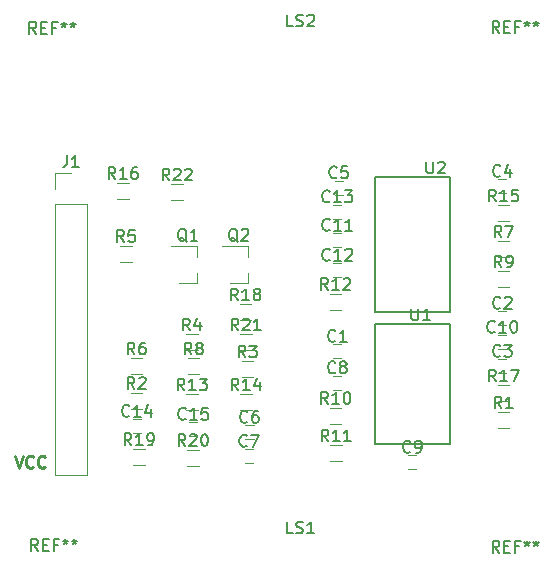
<source format=gbr>
G04 #@! TF.FileFunction,Legend,Top*
%FSLAX46Y46*%
G04 Gerber Fmt 4.6, Leading zero omitted, Abs format (unit mm)*
G04 Created by KiCad (PCBNEW 4.0.7) date Wednesday, December 20, 2017 'PMt' 05:08:58 PM*
%MOMM*%
%LPD*%
G01*
G04 APERTURE LIST*
%ADD10C,0.100000*%
%ADD11C,0.250000*%
%ADD12C,0.120000*%
%ADD13C,0.150000*%
G04 APERTURE END LIST*
D10*
D11*
X90101587Y-117580161D02*
X90434920Y-118580161D01*
X90768254Y-117580161D01*
X91673016Y-118484923D02*
X91625397Y-118532542D01*
X91482540Y-118580161D01*
X91387302Y-118580161D01*
X91244444Y-118532542D01*
X91149206Y-118437304D01*
X91101587Y-118342066D01*
X91053968Y-118151590D01*
X91053968Y-118008732D01*
X91101587Y-117818256D01*
X91149206Y-117723018D01*
X91244444Y-117627780D01*
X91387302Y-117580161D01*
X91482540Y-117580161D01*
X91625397Y-117627780D01*
X91673016Y-117675399D01*
X92673016Y-118484923D02*
X92625397Y-118532542D01*
X92482540Y-118580161D01*
X92387302Y-118580161D01*
X92244444Y-118532542D01*
X92149206Y-118437304D01*
X92101587Y-118342066D01*
X92053968Y-118151590D01*
X92053968Y-118008732D01*
X92101587Y-117818256D01*
X92149206Y-117723018D01*
X92244444Y-117627780D01*
X92387302Y-117580161D01*
X92482540Y-117580161D01*
X92625397Y-117627780D01*
X92673016Y-117675399D01*
D12*
X117064000Y-108112000D02*
X117764000Y-108112000D01*
X117764000Y-109312000D02*
X117064000Y-109312000D01*
X131034000Y-105318000D02*
X131734000Y-105318000D01*
X131734000Y-106518000D02*
X131034000Y-106518000D01*
X131034000Y-109382000D02*
X131734000Y-109382000D01*
X131734000Y-110582000D02*
X131034000Y-110582000D01*
X131034000Y-94142000D02*
X131734000Y-94142000D01*
X131734000Y-95342000D02*
X131034000Y-95342000D01*
X117186000Y-94269000D02*
X117886000Y-94269000D01*
X117886000Y-95469000D02*
X117186000Y-95469000D01*
X109632000Y-114970000D02*
X110332000Y-114970000D01*
X110332000Y-116170000D02*
X109632000Y-116170000D01*
X109566000Y-117002000D02*
X110266000Y-117002000D01*
X110266000Y-118202000D02*
X109566000Y-118202000D01*
X117064000Y-110779000D02*
X117764000Y-110779000D01*
X117764000Y-111979000D02*
X117064000Y-111979000D01*
X123414000Y-117510000D02*
X124114000Y-117510000D01*
X124114000Y-118710000D02*
X123414000Y-118710000D01*
X131034000Y-107350000D02*
X131734000Y-107350000D01*
X131734000Y-108550000D02*
X131034000Y-108550000D01*
X117064000Y-98714000D02*
X117764000Y-98714000D01*
X117764000Y-99914000D02*
X117064000Y-99914000D01*
X117064000Y-101254000D02*
X117764000Y-101254000D01*
X117764000Y-102454000D02*
X117064000Y-102454000D01*
X117059000Y-96301000D02*
X117759000Y-96301000D01*
X117759000Y-97501000D02*
X117059000Y-97501000D01*
X100107000Y-114462000D02*
X100807000Y-114462000D01*
X100807000Y-115662000D02*
X100107000Y-115662000D01*
X104872000Y-114716000D02*
X105572000Y-114716000D01*
X105572000Y-115916000D02*
X104872000Y-115916000D01*
X105519000Y-102987000D02*
X105519000Y-102057000D01*
X105519000Y-99827000D02*
X105519000Y-100757000D01*
X105519000Y-99827000D02*
X103359000Y-99827000D01*
X105519000Y-102987000D02*
X104059000Y-102987000D01*
X109837000Y-102987000D02*
X109837000Y-102057000D01*
X109837000Y-99827000D02*
X109837000Y-100757000D01*
X109837000Y-99827000D02*
X107677000Y-99827000D01*
X109837000Y-102987000D02*
X108377000Y-102987000D01*
X131988000Y-115234000D02*
X130988000Y-115234000D01*
X130988000Y-113874000D02*
X131988000Y-113874000D01*
X100914000Y-113583000D02*
X99914000Y-113583000D01*
X99914000Y-112223000D02*
X100914000Y-112223000D01*
X110312000Y-110916000D02*
X109312000Y-110916000D01*
X109312000Y-109556000D02*
X110312000Y-109556000D01*
X105613000Y-108630000D02*
X104613000Y-108630000D01*
X104613000Y-107270000D02*
X105613000Y-107270000D01*
X100025000Y-101137000D02*
X99025000Y-101137000D01*
X99025000Y-99777000D02*
X100025000Y-99777000D01*
X100914000Y-110662000D02*
X99914000Y-110662000D01*
X99914000Y-109302000D02*
X100914000Y-109302000D01*
X105740000Y-110662000D02*
X104740000Y-110662000D01*
X104740000Y-109302000D02*
X105740000Y-109302000D01*
X117764000Y-114853000D02*
X116764000Y-114853000D01*
X116764000Y-113493000D02*
X117764000Y-113493000D01*
X117805000Y-118028000D02*
X116805000Y-118028000D01*
X116805000Y-116668000D02*
X117805000Y-116668000D01*
X105613000Y-113710000D02*
X104613000Y-113710000D01*
X104613000Y-112350000D02*
X105613000Y-112350000D01*
X110185000Y-113710000D02*
X109185000Y-113710000D01*
X109185000Y-112350000D02*
X110185000Y-112350000D01*
X99771000Y-95803000D02*
X98771000Y-95803000D01*
X98771000Y-94443000D02*
X99771000Y-94443000D01*
X131988000Y-112948000D02*
X130988000Y-112948000D01*
X130988000Y-111588000D02*
X131988000Y-111588000D01*
X110144000Y-106090000D02*
X109144000Y-106090000D01*
X109144000Y-104730000D02*
X110144000Y-104730000D01*
X101119380Y-118358200D02*
X100119380Y-118358200D01*
X100119380Y-116998200D02*
X101119380Y-116998200D01*
X105699000Y-118409000D02*
X104699000Y-118409000D01*
X104699000Y-117049000D02*
X105699000Y-117049000D01*
X110185000Y-108630000D02*
X109185000Y-108630000D01*
X109185000Y-107270000D02*
X110185000Y-107270000D01*
X104343000Y-95930000D02*
X103343000Y-95930000D01*
X103343000Y-94570000D02*
X104343000Y-94570000D01*
D13*
X120650000Y-106426000D02*
X127000000Y-106426000D01*
X127000000Y-106426000D02*
X120650000Y-106426000D01*
X120650000Y-116586000D02*
X120650000Y-106426000D01*
X120650000Y-116586000D02*
X120650000Y-106426000D01*
X127000000Y-116586000D02*
X120650000Y-116586000D01*
X127000000Y-106426000D02*
X127000000Y-116586000D01*
X127000000Y-116586000D02*
X127000000Y-106426000D01*
D12*
X93539000Y-96266000D02*
X93539000Y-119186000D01*
X93539000Y-119186000D02*
X96199000Y-119186000D01*
X96199000Y-119186000D02*
X96199000Y-96266000D01*
X96199000Y-96266000D02*
X93539000Y-96266000D01*
X93539000Y-94996000D02*
X93539000Y-93666000D01*
X93539000Y-93666000D02*
X94869000Y-93666000D01*
X131988000Y-100756000D02*
X130988000Y-100756000D01*
X130988000Y-99396000D02*
X131988000Y-99396000D01*
X131988000Y-103296000D02*
X130988000Y-103296000D01*
X130988000Y-101936000D02*
X131988000Y-101936000D01*
X117764000Y-105201000D02*
X116764000Y-105201000D01*
X116764000Y-103841000D02*
X117764000Y-103841000D01*
X131988000Y-97708000D02*
X130988000Y-97708000D01*
X130988000Y-96348000D02*
X131988000Y-96348000D01*
D13*
X120650000Y-93980000D02*
X120650000Y-105410000D01*
X127000000Y-105410000D02*
X120650000Y-105410000D01*
X127000000Y-93980000D02*
X127000000Y-105410000D01*
X127000000Y-105410000D02*
X127000000Y-93980000D01*
X127000000Y-93980000D02*
X127000000Y-105410000D01*
X120650000Y-93980000D02*
X127000000Y-93980000D01*
X117247334Y-107819143D02*
X117199715Y-107866762D01*
X117056858Y-107914381D01*
X116961620Y-107914381D01*
X116818762Y-107866762D01*
X116723524Y-107771524D01*
X116675905Y-107676286D01*
X116628286Y-107485810D01*
X116628286Y-107342952D01*
X116675905Y-107152476D01*
X116723524Y-107057238D01*
X116818762Y-106962000D01*
X116961620Y-106914381D01*
X117056858Y-106914381D01*
X117199715Y-106962000D01*
X117247334Y-107009619D01*
X118199715Y-107914381D02*
X117628286Y-107914381D01*
X117914000Y-107914381D02*
X117914000Y-106914381D01*
X117818762Y-107057238D01*
X117723524Y-107152476D01*
X117628286Y-107200095D01*
X131217334Y-105025143D02*
X131169715Y-105072762D01*
X131026858Y-105120381D01*
X130931620Y-105120381D01*
X130788762Y-105072762D01*
X130693524Y-104977524D01*
X130645905Y-104882286D01*
X130598286Y-104691810D01*
X130598286Y-104548952D01*
X130645905Y-104358476D01*
X130693524Y-104263238D01*
X130788762Y-104168000D01*
X130931620Y-104120381D01*
X131026858Y-104120381D01*
X131169715Y-104168000D01*
X131217334Y-104215619D01*
X131598286Y-104215619D02*
X131645905Y-104168000D01*
X131741143Y-104120381D01*
X131979239Y-104120381D01*
X132074477Y-104168000D01*
X132122096Y-104215619D01*
X132169715Y-104310857D01*
X132169715Y-104406095D01*
X132122096Y-104548952D01*
X131550667Y-105120381D01*
X132169715Y-105120381D01*
X131217334Y-109089143D02*
X131169715Y-109136762D01*
X131026858Y-109184381D01*
X130931620Y-109184381D01*
X130788762Y-109136762D01*
X130693524Y-109041524D01*
X130645905Y-108946286D01*
X130598286Y-108755810D01*
X130598286Y-108612952D01*
X130645905Y-108422476D01*
X130693524Y-108327238D01*
X130788762Y-108232000D01*
X130931620Y-108184381D01*
X131026858Y-108184381D01*
X131169715Y-108232000D01*
X131217334Y-108279619D01*
X131550667Y-108184381D02*
X132169715Y-108184381D01*
X131836381Y-108565333D01*
X131979239Y-108565333D01*
X132074477Y-108612952D01*
X132122096Y-108660571D01*
X132169715Y-108755810D01*
X132169715Y-108993905D01*
X132122096Y-109089143D01*
X132074477Y-109136762D01*
X131979239Y-109184381D01*
X131693524Y-109184381D01*
X131598286Y-109136762D01*
X131550667Y-109089143D01*
X131217334Y-93849143D02*
X131169715Y-93896762D01*
X131026858Y-93944381D01*
X130931620Y-93944381D01*
X130788762Y-93896762D01*
X130693524Y-93801524D01*
X130645905Y-93706286D01*
X130598286Y-93515810D01*
X130598286Y-93372952D01*
X130645905Y-93182476D01*
X130693524Y-93087238D01*
X130788762Y-92992000D01*
X130931620Y-92944381D01*
X131026858Y-92944381D01*
X131169715Y-92992000D01*
X131217334Y-93039619D01*
X132074477Y-93277714D02*
X132074477Y-93944381D01*
X131836381Y-92896762D02*
X131598286Y-93611048D01*
X132217334Y-93611048D01*
X117369334Y-93976143D02*
X117321715Y-94023762D01*
X117178858Y-94071381D01*
X117083620Y-94071381D01*
X116940762Y-94023762D01*
X116845524Y-93928524D01*
X116797905Y-93833286D01*
X116750286Y-93642810D01*
X116750286Y-93499952D01*
X116797905Y-93309476D01*
X116845524Y-93214238D01*
X116940762Y-93119000D01*
X117083620Y-93071381D01*
X117178858Y-93071381D01*
X117321715Y-93119000D01*
X117369334Y-93166619D01*
X118274096Y-93071381D02*
X117797905Y-93071381D01*
X117750286Y-93547571D01*
X117797905Y-93499952D01*
X117893143Y-93452333D01*
X118131239Y-93452333D01*
X118226477Y-93499952D01*
X118274096Y-93547571D01*
X118321715Y-93642810D01*
X118321715Y-93880905D01*
X118274096Y-93976143D01*
X118226477Y-94023762D01*
X118131239Y-94071381D01*
X117893143Y-94071381D01*
X117797905Y-94023762D01*
X117750286Y-93976143D01*
X109815334Y-114677143D02*
X109767715Y-114724762D01*
X109624858Y-114772381D01*
X109529620Y-114772381D01*
X109386762Y-114724762D01*
X109291524Y-114629524D01*
X109243905Y-114534286D01*
X109196286Y-114343810D01*
X109196286Y-114200952D01*
X109243905Y-114010476D01*
X109291524Y-113915238D01*
X109386762Y-113820000D01*
X109529620Y-113772381D01*
X109624858Y-113772381D01*
X109767715Y-113820000D01*
X109815334Y-113867619D01*
X110672477Y-113772381D02*
X110482000Y-113772381D01*
X110386762Y-113820000D01*
X110339143Y-113867619D01*
X110243905Y-114010476D01*
X110196286Y-114200952D01*
X110196286Y-114581905D01*
X110243905Y-114677143D01*
X110291524Y-114724762D01*
X110386762Y-114772381D01*
X110577239Y-114772381D01*
X110672477Y-114724762D01*
X110720096Y-114677143D01*
X110767715Y-114581905D01*
X110767715Y-114343810D01*
X110720096Y-114248571D01*
X110672477Y-114200952D01*
X110577239Y-114153333D01*
X110386762Y-114153333D01*
X110291524Y-114200952D01*
X110243905Y-114248571D01*
X110196286Y-114343810D01*
X109749334Y-116709143D02*
X109701715Y-116756762D01*
X109558858Y-116804381D01*
X109463620Y-116804381D01*
X109320762Y-116756762D01*
X109225524Y-116661524D01*
X109177905Y-116566286D01*
X109130286Y-116375810D01*
X109130286Y-116232952D01*
X109177905Y-116042476D01*
X109225524Y-115947238D01*
X109320762Y-115852000D01*
X109463620Y-115804381D01*
X109558858Y-115804381D01*
X109701715Y-115852000D01*
X109749334Y-115899619D01*
X110082667Y-115804381D02*
X110749334Y-115804381D01*
X110320762Y-116804381D01*
X117247334Y-110486143D02*
X117199715Y-110533762D01*
X117056858Y-110581381D01*
X116961620Y-110581381D01*
X116818762Y-110533762D01*
X116723524Y-110438524D01*
X116675905Y-110343286D01*
X116628286Y-110152810D01*
X116628286Y-110009952D01*
X116675905Y-109819476D01*
X116723524Y-109724238D01*
X116818762Y-109629000D01*
X116961620Y-109581381D01*
X117056858Y-109581381D01*
X117199715Y-109629000D01*
X117247334Y-109676619D01*
X117818762Y-110009952D02*
X117723524Y-109962333D01*
X117675905Y-109914714D01*
X117628286Y-109819476D01*
X117628286Y-109771857D01*
X117675905Y-109676619D01*
X117723524Y-109629000D01*
X117818762Y-109581381D01*
X118009239Y-109581381D01*
X118104477Y-109629000D01*
X118152096Y-109676619D01*
X118199715Y-109771857D01*
X118199715Y-109819476D01*
X118152096Y-109914714D01*
X118104477Y-109962333D01*
X118009239Y-110009952D01*
X117818762Y-110009952D01*
X117723524Y-110057571D01*
X117675905Y-110105190D01*
X117628286Y-110200429D01*
X117628286Y-110390905D01*
X117675905Y-110486143D01*
X117723524Y-110533762D01*
X117818762Y-110581381D01*
X118009239Y-110581381D01*
X118104477Y-110533762D01*
X118152096Y-110486143D01*
X118199715Y-110390905D01*
X118199715Y-110200429D01*
X118152096Y-110105190D01*
X118104477Y-110057571D01*
X118009239Y-110009952D01*
X123597334Y-117217143D02*
X123549715Y-117264762D01*
X123406858Y-117312381D01*
X123311620Y-117312381D01*
X123168762Y-117264762D01*
X123073524Y-117169524D01*
X123025905Y-117074286D01*
X122978286Y-116883810D01*
X122978286Y-116740952D01*
X123025905Y-116550476D01*
X123073524Y-116455238D01*
X123168762Y-116360000D01*
X123311620Y-116312381D01*
X123406858Y-116312381D01*
X123549715Y-116360000D01*
X123597334Y-116407619D01*
X124073524Y-117312381D02*
X124264000Y-117312381D01*
X124359239Y-117264762D01*
X124406858Y-117217143D01*
X124502096Y-117074286D01*
X124549715Y-116883810D01*
X124549715Y-116502857D01*
X124502096Y-116407619D01*
X124454477Y-116360000D01*
X124359239Y-116312381D01*
X124168762Y-116312381D01*
X124073524Y-116360000D01*
X124025905Y-116407619D01*
X123978286Y-116502857D01*
X123978286Y-116740952D01*
X124025905Y-116836190D01*
X124073524Y-116883810D01*
X124168762Y-116931429D01*
X124359239Y-116931429D01*
X124454477Y-116883810D01*
X124502096Y-116836190D01*
X124549715Y-116740952D01*
X130741143Y-107057143D02*
X130693524Y-107104762D01*
X130550667Y-107152381D01*
X130455429Y-107152381D01*
X130312571Y-107104762D01*
X130217333Y-107009524D01*
X130169714Y-106914286D01*
X130122095Y-106723810D01*
X130122095Y-106580952D01*
X130169714Y-106390476D01*
X130217333Y-106295238D01*
X130312571Y-106200000D01*
X130455429Y-106152381D01*
X130550667Y-106152381D01*
X130693524Y-106200000D01*
X130741143Y-106247619D01*
X131693524Y-107152381D02*
X131122095Y-107152381D01*
X131407809Y-107152381D02*
X131407809Y-106152381D01*
X131312571Y-106295238D01*
X131217333Y-106390476D01*
X131122095Y-106438095D01*
X132312571Y-106152381D02*
X132407810Y-106152381D01*
X132503048Y-106200000D01*
X132550667Y-106247619D01*
X132598286Y-106342857D01*
X132645905Y-106533333D01*
X132645905Y-106771429D01*
X132598286Y-106961905D01*
X132550667Y-107057143D01*
X132503048Y-107104762D01*
X132407810Y-107152381D01*
X132312571Y-107152381D01*
X132217333Y-107104762D01*
X132169714Y-107057143D01*
X132122095Y-106961905D01*
X132074476Y-106771429D01*
X132074476Y-106533333D01*
X132122095Y-106342857D01*
X132169714Y-106247619D01*
X132217333Y-106200000D01*
X132312571Y-106152381D01*
X116771143Y-98421143D02*
X116723524Y-98468762D01*
X116580667Y-98516381D01*
X116485429Y-98516381D01*
X116342571Y-98468762D01*
X116247333Y-98373524D01*
X116199714Y-98278286D01*
X116152095Y-98087810D01*
X116152095Y-97944952D01*
X116199714Y-97754476D01*
X116247333Y-97659238D01*
X116342571Y-97564000D01*
X116485429Y-97516381D01*
X116580667Y-97516381D01*
X116723524Y-97564000D01*
X116771143Y-97611619D01*
X117723524Y-98516381D02*
X117152095Y-98516381D01*
X117437809Y-98516381D02*
X117437809Y-97516381D01*
X117342571Y-97659238D01*
X117247333Y-97754476D01*
X117152095Y-97802095D01*
X118675905Y-98516381D02*
X118104476Y-98516381D01*
X118390190Y-98516381D02*
X118390190Y-97516381D01*
X118294952Y-97659238D01*
X118199714Y-97754476D01*
X118104476Y-97802095D01*
X116771143Y-100961143D02*
X116723524Y-101008762D01*
X116580667Y-101056381D01*
X116485429Y-101056381D01*
X116342571Y-101008762D01*
X116247333Y-100913524D01*
X116199714Y-100818286D01*
X116152095Y-100627810D01*
X116152095Y-100484952D01*
X116199714Y-100294476D01*
X116247333Y-100199238D01*
X116342571Y-100104000D01*
X116485429Y-100056381D01*
X116580667Y-100056381D01*
X116723524Y-100104000D01*
X116771143Y-100151619D01*
X117723524Y-101056381D02*
X117152095Y-101056381D01*
X117437809Y-101056381D02*
X117437809Y-100056381D01*
X117342571Y-100199238D01*
X117247333Y-100294476D01*
X117152095Y-100342095D01*
X118104476Y-100151619D02*
X118152095Y-100104000D01*
X118247333Y-100056381D01*
X118485429Y-100056381D01*
X118580667Y-100104000D01*
X118628286Y-100151619D01*
X118675905Y-100246857D01*
X118675905Y-100342095D01*
X118628286Y-100484952D01*
X118056857Y-101056381D01*
X118675905Y-101056381D01*
X116766143Y-96008143D02*
X116718524Y-96055762D01*
X116575667Y-96103381D01*
X116480429Y-96103381D01*
X116337571Y-96055762D01*
X116242333Y-95960524D01*
X116194714Y-95865286D01*
X116147095Y-95674810D01*
X116147095Y-95531952D01*
X116194714Y-95341476D01*
X116242333Y-95246238D01*
X116337571Y-95151000D01*
X116480429Y-95103381D01*
X116575667Y-95103381D01*
X116718524Y-95151000D01*
X116766143Y-95198619D01*
X117718524Y-96103381D02*
X117147095Y-96103381D01*
X117432809Y-96103381D02*
X117432809Y-95103381D01*
X117337571Y-95246238D01*
X117242333Y-95341476D01*
X117147095Y-95389095D01*
X118051857Y-95103381D02*
X118670905Y-95103381D01*
X118337571Y-95484333D01*
X118480429Y-95484333D01*
X118575667Y-95531952D01*
X118623286Y-95579571D01*
X118670905Y-95674810D01*
X118670905Y-95912905D01*
X118623286Y-96008143D01*
X118575667Y-96055762D01*
X118480429Y-96103381D01*
X118194714Y-96103381D01*
X118099476Y-96055762D01*
X118051857Y-96008143D01*
X99814143Y-114169143D02*
X99766524Y-114216762D01*
X99623667Y-114264381D01*
X99528429Y-114264381D01*
X99385571Y-114216762D01*
X99290333Y-114121524D01*
X99242714Y-114026286D01*
X99195095Y-113835810D01*
X99195095Y-113692952D01*
X99242714Y-113502476D01*
X99290333Y-113407238D01*
X99385571Y-113312000D01*
X99528429Y-113264381D01*
X99623667Y-113264381D01*
X99766524Y-113312000D01*
X99814143Y-113359619D01*
X100766524Y-114264381D02*
X100195095Y-114264381D01*
X100480809Y-114264381D02*
X100480809Y-113264381D01*
X100385571Y-113407238D01*
X100290333Y-113502476D01*
X100195095Y-113550095D01*
X101623667Y-113597714D02*
X101623667Y-114264381D01*
X101385571Y-113216762D02*
X101147476Y-113931048D01*
X101766524Y-113931048D01*
X104579143Y-114423143D02*
X104531524Y-114470762D01*
X104388667Y-114518381D01*
X104293429Y-114518381D01*
X104150571Y-114470762D01*
X104055333Y-114375524D01*
X104007714Y-114280286D01*
X103960095Y-114089810D01*
X103960095Y-113946952D01*
X104007714Y-113756476D01*
X104055333Y-113661238D01*
X104150571Y-113566000D01*
X104293429Y-113518381D01*
X104388667Y-113518381D01*
X104531524Y-113566000D01*
X104579143Y-113613619D01*
X105531524Y-114518381D02*
X104960095Y-114518381D01*
X105245809Y-114518381D02*
X105245809Y-113518381D01*
X105150571Y-113661238D01*
X105055333Y-113756476D01*
X104960095Y-113804095D01*
X106436286Y-113518381D02*
X105960095Y-113518381D01*
X105912476Y-113994571D01*
X105960095Y-113946952D01*
X106055333Y-113899333D01*
X106293429Y-113899333D01*
X106388667Y-113946952D01*
X106436286Y-113994571D01*
X106483905Y-114089810D01*
X106483905Y-114327905D01*
X106436286Y-114423143D01*
X106388667Y-114470762D01*
X106293429Y-114518381D01*
X106055333Y-114518381D01*
X105960095Y-114470762D01*
X105912476Y-114423143D01*
X113657143Y-124142381D02*
X113180952Y-124142381D01*
X113180952Y-123142381D01*
X113942857Y-124094762D02*
X114085714Y-124142381D01*
X114323810Y-124142381D01*
X114419048Y-124094762D01*
X114466667Y-124047143D01*
X114514286Y-123951905D01*
X114514286Y-123856667D01*
X114466667Y-123761429D01*
X114419048Y-123713810D01*
X114323810Y-123666190D01*
X114133333Y-123618571D01*
X114038095Y-123570952D01*
X113990476Y-123523333D01*
X113942857Y-123428095D01*
X113942857Y-123332857D01*
X113990476Y-123237619D01*
X114038095Y-123190000D01*
X114133333Y-123142381D01*
X114371429Y-123142381D01*
X114514286Y-123190000D01*
X115466667Y-124142381D02*
X114895238Y-124142381D01*
X115180952Y-124142381D02*
X115180952Y-123142381D01*
X115085714Y-123285238D01*
X114990476Y-123380476D01*
X114895238Y-123428095D01*
X113657143Y-81216381D02*
X113180952Y-81216381D01*
X113180952Y-80216381D01*
X113942857Y-81168762D02*
X114085714Y-81216381D01*
X114323810Y-81216381D01*
X114419048Y-81168762D01*
X114466667Y-81121143D01*
X114514286Y-81025905D01*
X114514286Y-80930667D01*
X114466667Y-80835429D01*
X114419048Y-80787810D01*
X114323810Y-80740190D01*
X114133333Y-80692571D01*
X114038095Y-80644952D01*
X113990476Y-80597333D01*
X113942857Y-80502095D01*
X113942857Y-80406857D01*
X113990476Y-80311619D01*
X114038095Y-80264000D01*
X114133333Y-80216381D01*
X114371429Y-80216381D01*
X114514286Y-80264000D01*
X114895238Y-80311619D02*
X114942857Y-80264000D01*
X115038095Y-80216381D01*
X115276191Y-80216381D01*
X115371429Y-80264000D01*
X115419048Y-80311619D01*
X115466667Y-80406857D01*
X115466667Y-80502095D01*
X115419048Y-80644952D01*
X114847619Y-81216381D01*
X115466667Y-81216381D01*
X104663762Y-99454619D02*
X104568524Y-99407000D01*
X104473286Y-99311762D01*
X104330429Y-99168905D01*
X104235190Y-99121286D01*
X104139952Y-99121286D01*
X104187571Y-99359381D02*
X104092333Y-99311762D01*
X103997095Y-99216524D01*
X103949476Y-99026048D01*
X103949476Y-98692714D01*
X103997095Y-98502238D01*
X104092333Y-98407000D01*
X104187571Y-98359381D01*
X104378048Y-98359381D01*
X104473286Y-98407000D01*
X104568524Y-98502238D01*
X104616143Y-98692714D01*
X104616143Y-99026048D01*
X104568524Y-99216524D01*
X104473286Y-99311762D01*
X104378048Y-99359381D01*
X104187571Y-99359381D01*
X105568524Y-99359381D02*
X104997095Y-99359381D01*
X105282809Y-99359381D02*
X105282809Y-98359381D01*
X105187571Y-98502238D01*
X105092333Y-98597476D01*
X104997095Y-98645095D01*
X108981762Y-99454619D02*
X108886524Y-99407000D01*
X108791286Y-99311762D01*
X108648429Y-99168905D01*
X108553190Y-99121286D01*
X108457952Y-99121286D01*
X108505571Y-99359381D02*
X108410333Y-99311762D01*
X108315095Y-99216524D01*
X108267476Y-99026048D01*
X108267476Y-98692714D01*
X108315095Y-98502238D01*
X108410333Y-98407000D01*
X108505571Y-98359381D01*
X108696048Y-98359381D01*
X108791286Y-98407000D01*
X108886524Y-98502238D01*
X108934143Y-98692714D01*
X108934143Y-99026048D01*
X108886524Y-99216524D01*
X108791286Y-99311762D01*
X108696048Y-99359381D01*
X108505571Y-99359381D01*
X109315095Y-98454619D02*
X109362714Y-98407000D01*
X109457952Y-98359381D01*
X109696048Y-98359381D01*
X109791286Y-98407000D01*
X109838905Y-98454619D01*
X109886524Y-98549857D01*
X109886524Y-98645095D01*
X109838905Y-98787952D01*
X109267476Y-99359381D01*
X109886524Y-99359381D01*
X131321334Y-113556381D02*
X130988000Y-113080190D01*
X130749905Y-113556381D02*
X130749905Y-112556381D01*
X131130858Y-112556381D01*
X131226096Y-112604000D01*
X131273715Y-112651619D01*
X131321334Y-112746857D01*
X131321334Y-112889714D01*
X131273715Y-112984952D01*
X131226096Y-113032571D01*
X131130858Y-113080190D01*
X130749905Y-113080190D01*
X132273715Y-113556381D02*
X131702286Y-113556381D01*
X131988000Y-113556381D02*
X131988000Y-112556381D01*
X131892762Y-112699238D01*
X131797524Y-112794476D01*
X131702286Y-112842095D01*
X100247334Y-111905381D02*
X99914000Y-111429190D01*
X99675905Y-111905381D02*
X99675905Y-110905381D01*
X100056858Y-110905381D01*
X100152096Y-110953000D01*
X100199715Y-111000619D01*
X100247334Y-111095857D01*
X100247334Y-111238714D01*
X100199715Y-111333952D01*
X100152096Y-111381571D01*
X100056858Y-111429190D01*
X99675905Y-111429190D01*
X100628286Y-111000619D02*
X100675905Y-110953000D01*
X100771143Y-110905381D01*
X101009239Y-110905381D01*
X101104477Y-110953000D01*
X101152096Y-111000619D01*
X101199715Y-111095857D01*
X101199715Y-111191095D01*
X101152096Y-111333952D01*
X100580667Y-111905381D01*
X101199715Y-111905381D01*
X109645334Y-109238381D02*
X109312000Y-108762190D01*
X109073905Y-109238381D02*
X109073905Y-108238381D01*
X109454858Y-108238381D01*
X109550096Y-108286000D01*
X109597715Y-108333619D01*
X109645334Y-108428857D01*
X109645334Y-108571714D01*
X109597715Y-108666952D01*
X109550096Y-108714571D01*
X109454858Y-108762190D01*
X109073905Y-108762190D01*
X109978667Y-108238381D02*
X110597715Y-108238381D01*
X110264381Y-108619333D01*
X110407239Y-108619333D01*
X110502477Y-108666952D01*
X110550096Y-108714571D01*
X110597715Y-108809810D01*
X110597715Y-109047905D01*
X110550096Y-109143143D01*
X110502477Y-109190762D01*
X110407239Y-109238381D01*
X110121524Y-109238381D01*
X110026286Y-109190762D01*
X109978667Y-109143143D01*
X104946334Y-106952381D02*
X104613000Y-106476190D01*
X104374905Y-106952381D02*
X104374905Y-105952381D01*
X104755858Y-105952381D01*
X104851096Y-106000000D01*
X104898715Y-106047619D01*
X104946334Y-106142857D01*
X104946334Y-106285714D01*
X104898715Y-106380952D01*
X104851096Y-106428571D01*
X104755858Y-106476190D01*
X104374905Y-106476190D01*
X105803477Y-106285714D02*
X105803477Y-106952381D01*
X105565381Y-105904762D02*
X105327286Y-106619048D01*
X105946334Y-106619048D01*
X99358334Y-99459381D02*
X99025000Y-98983190D01*
X98786905Y-99459381D02*
X98786905Y-98459381D01*
X99167858Y-98459381D01*
X99263096Y-98507000D01*
X99310715Y-98554619D01*
X99358334Y-98649857D01*
X99358334Y-98792714D01*
X99310715Y-98887952D01*
X99263096Y-98935571D01*
X99167858Y-98983190D01*
X98786905Y-98983190D01*
X100263096Y-98459381D02*
X99786905Y-98459381D01*
X99739286Y-98935571D01*
X99786905Y-98887952D01*
X99882143Y-98840333D01*
X100120239Y-98840333D01*
X100215477Y-98887952D01*
X100263096Y-98935571D01*
X100310715Y-99030810D01*
X100310715Y-99268905D01*
X100263096Y-99364143D01*
X100215477Y-99411762D01*
X100120239Y-99459381D01*
X99882143Y-99459381D01*
X99786905Y-99411762D01*
X99739286Y-99364143D01*
X100247334Y-108984381D02*
X99914000Y-108508190D01*
X99675905Y-108984381D02*
X99675905Y-107984381D01*
X100056858Y-107984381D01*
X100152096Y-108032000D01*
X100199715Y-108079619D01*
X100247334Y-108174857D01*
X100247334Y-108317714D01*
X100199715Y-108412952D01*
X100152096Y-108460571D01*
X100056858Y-108508190D01*
X99675905Y-108508190D01*
X101104477Y-107984381D02*
X100914000Y-107984381D01*
X100818762Y-108032000D01*
X100771143Y-108079619D01*
X100675905Y-108222476D01*
X100628286Y-108412952D01*
X100628286Y-108793905D01*
X100675905Y-108889143D01*
X100723524Y-108936762D01*
X100818762Y-108984381D01*
X101009239Y-108984381D01*
X101104477Y-108936762D01*
X101152096Y-108889143D01*
X101199715Y-108793905D01*
X101199715Y-108555810D01*
X101152096Y-108460571D01*
X101104477Y-108412952D01*
X101009239Y-108365333D01*
X100818762Y-108365333D01*
X100723524Y-108412952D01*
X100675905Y-108460571D01*
X100628286Y-108555810D01*
X105073334Y-108984381D02*
X104740000Y-108508190D01*
X104501905Y-108984381D02*
X104501905Y-107984381D01*
X104882858Y-107984381D01*
X104978096Y-108032000D01*
X105025715Y-108079619D01*
X105073334Y-108174857D01*
X105073334Y-108317714D01*
X105025715Y-108412952D01*
X104978096Y-108460571D01*
X104882858Y-108508190D01*
X104501905Y-108508190D01*
X105644762Y-108412952D02*
X105549524Y-108365333D01*
X105501905Y-108317714D01*
X105454286Y-108222476D01*
X105454286Y-108174857D01*
X105501905Y-108079619D01*
X105549524Y-108032000D01*
X105644762Y-107984381D01*
X105835239Y-107984381D01*
X105930477Y-108032000D01*
X105978096Y-108079619D01*
X106025715Y-108174857D01*
X106025715Y-108222476D01*
X105978096Y-108317714D01*
X105930477Y-108365333D01*
X105835239Y-108412952D01*
X105644762Y-108412952D01*
X105549524Y-108460571D01*
X105501905Y-108508190D01*
X105454286Y-108603429D01*
X105454286Y-108793905D01*
X105501905Y-108889143D01*
X105549524Y-108936762D01*
X105644762Y-108984381D01*
X105835239Y-108984381D01*
X105930477Y-108936762D01*
X105978096Y-108889143D01*
X106025715Y-108793905D01*
X106025715Y-108603429D01*
X105978096Y-108508190D01*
X105930477Y-108460571D01*
X105835239Y-108412952D01*
X116621143Y-113175381D02*
X116287809Y-112699190D01*
X116049714Y-113175381D02*
X116049714Y-112175381D01*
X116430667Y-112175381D01*
X116525905Y-112223000D01*
X116573524Y-112270619D01*
X116621143Y-112365857D01*
X116621143Y-112508714D01*
X116573524Y-112603952D01*
X116525905Y-112651571D01*
X116430667Y-112699190D01*
X116049714Y-112699190D01*
X117573524Y-113175381D02*
X117002095Y-113175381D01*
X117287809Y-113175381D02*
X117287809Y-112175381D01*
X117192571Y-112318238D01*
X117097333Y-112413476D01*
X117002095Y-112461095D01*
X118192571Y-112175381D02*
X118287810Y-112175381D01*
X118383048Y-112223000D01*
X118430667Y-112270619D01*
X118478286Y-112365857D01*
X118525905Y-112556333D01*
X118525905Y-112794429D01*
X118478286Y-112984905D01*
X118430667Y-113080143D01*
X118383048Y-113127762D01*
X118287810Y-113175381D01*
X118192571Y-113175381D01*
X118097333Y-113127762D01*
X118049714Y-113080143D01*
X118002095Y-112984905D01*
X117954476Y-112794429D01*
X117954476Y-112556333D01*
X118002095Y-112365857D01*
X118049714Y-112270619D01*
X118097333Y-112223000D01*
X118192571Y-112175381D01*
X116662143Y-116350381D02*
X116328809Y-115874190D01*
X116090714Y-116350381D02*
X116090714Y-115350381D01*
X116471667Y-115350381D01*
X116566905Y-115398000D01*
X116614524Y-115445619D01*
X116662143Y-115540857D01*
X116662143Y-115683714D01*
X116614524Y-115778952D01*
X116566905Y-115826571D01*
X116471667Y-115874190D01*
X116090714Y-115874190D01*
X117614524Y-116350381D02*
X117043095Y-116350381D01*
X117328809Y-116350381D02*
X117328809Y-115350381D01*
X117233571Y-115493238D01*
X117138333Y-115588476D01*
X117043095Y-115636095D01*
X118566905Y-116350381D02*
X117995476Y-116350381D01*
X118281190Y-116350381D02*
X118281190Y-115350381D01*
X118185952Y-115493238D01*
X118090714Y-115588476D01*
X117995476Y-115636095D01*
X104470143Y-112032381D02*
X104136809Y-111556190D01*
X103898714Y-112032381D02*
X103898714Y-111032381D01*
X104279667Y-111032381D01*
X104374905Y-111080000D01*
X104422524Y-111127619D01*
X104470143Y-111222857D01*
X104470143Y-111365714D01*
X104422524Y-111460952D01*
X104374905Y-111508571D01*
X104279667Y-111556190D01*
X103898714Y-111556190D01*
X105422524Y-112032381D02*
X104851095Y-112032381D01*
X105136809Y-112032381D02*
X105136809Y-111032381D01*
X105041571Y-111175238D01*
X104946333Y-111270476D01*
X104851095Y-111318095D01*
X105755857Y-111032381D02*
X106374905Y-111032381D01*
X106041571Y-111413333D01*
X106184429Y-111413333D01*
X106279667Y-111460952D01*
X106327286Y-111508571D01*
X106374905Y-111603810D01*
X106374905Y-111841905D01*
X106327286Y-111937143D01*
X106279667Y-111984762D01*
X106184429Y-112032381D01*
X105898714Y-112032381D01*
X105803476Y-111984762D01*
X105755857Y-111937143D01*
X109042143Y-112032381D02*
X108708809Y-111556190D01*
X108470714Y-112032381D02*
X108470714Y-111032381D01*
X108851667Y-111032381D01*
X108946905Y-111080000D01*
X108994524Y-111127619D01*
X109042143Y-111222857D01*
X109042143Y-111365714D01*
X108994524Y-111460952D01*
X108946905Y-111508571D01*
X108851667Y-111556190D01*
X108470714Y-111556190D01*
X109994524Y-112032381D02*
X109423095Y-112032381D01*
X109708809Y-112032381D02*
X109708809Y-111032381D01*
X109613571Y-111175238D01*
X109518333Y-111270476D01*
X109423095Y-111318095D01*
X110851667Y-111365714D02*
X110851667Y-112032381D01*
X110613571Y-110984762D02*
X110375476Y-111699048D01*
X110994524Y-111699048D01*
X98628143Y-94125381D02*
X98294809Y-93649190D01*
X98056714Y-94125381D02*
X98056714Y-93125381D01*
X98437667Y-93125381D01*
X98532905Y-93173000D01*
X98580524Y-93220619D01*
X98628143Y-93315857D01*
X98628143Y-93458714D01*
X98580524Y-93553952D01*
X98532905Y-93601571D01*
X98437667Y-93649190D01*
X98056714Y-93649190D01*
X99580524Y-94125381D02*
X99009095Y-94125381D01*
X99294809Y-94125381D02*
X99294809Y-93125381D01*
X99199571Y-93268238D01*
X99104333Y-93363476D01*
X99009095Y-93411095D01*
X100437667Y-93125381D02*
X100247190Y-93125381D01*
X100151952Y-93173000D01*
X100104333Y-93220619D01*
X100009095Y-93363476D01*
X99961476Y-93553952D01*
X99961476Y-93934905D01*
X100009095Y-94030143D01*
X100056714Y-94077762D01*
X100151952Y-94125381D01*
X100342429Y-94125381D01*
X100437667Y-94077762D01*
X100485286Y-94030143D01*
X100532905Y-93934905D01*
X100532905Y-93696810D01*
X100485286Y-93601571D01*
X100437667Y-93553952D01*
X100342429Y-93506333D01*
X100151952Y-93506333D01*
X100056714Y-93553952D01*
X100009095Y-93601571D01*
X99961476Y-93696810D01*
X130845143Y-111270381D02*
X130511809Y-110794190D01*
X130273714Y-111270381D02*
X130273714Y-110270381D01*
X130654667Y-110270381D01*
X130749905Y-110318000D01*
X130797524Y-110365619D01*
X130845143Y-110460857D01*
X130845143Y-110603714D01*
X130797524Y-110698952D01*
X130749905Y-110746571D01*
X130654667Y-110794190D01*
X130273714Y-110794190D01*
X131797524Y-111270381D02*
X131226095Y-111270381D01*
X131511809Y-111270381D02*
X131511809Y-110270381D01*
X131416571Y-110413238D01*
X131321333Y-110508476D01*
X131226095Y-110556095D01*
X132130857Y-110270381D02*
X132797524Y-110270381D01*
X132368952Y-111270381D01*
X109001143Y-104412381D02*
X108667809Y-103936190D01*
X108429714Y-104412381D02*
X108429714Y-103412381D01*
X108810667Y-103412381D01*
X108905905Y-103460000D01*
X108953524Y-103507619D01*
X109001143Y-103602857D01*
X109001143Y-103745714D01*
X108953524Y-103840952D01*
X108905905Y-103888571D01*
X108810667Y-103936190D01*
X108429714Y-103936190D01*
X109953524Y-104412381D02*
X109382095Y-104412381D01*
X109667809Y-104412381D02*
X109667809Y-103412381D01*
X109572571Y-103555238D01*
X109477333Y-103650476D01*
X109382095Y-103698095D01*
X110524952Y-103840952D02*
X110429714Y-103793333D01*
X110382095Y-103745714D01*
X110334476Y-103650476D01*
X110334476Y-103602857D01*
X110382095Y-103507619D01*
X110429714Y-103460000D01*
X110524952Y-103412381D01*
X110715429Y-103412381D01*
X110810667Y-103460000D01*
X110858286Y-103507619D01*
X110905905Y-103602857D01*
X110905905Y-103650476D01*
X110858286Y-103745714D01*
X110810667Y-103793333D01*
X110715429Y-103840952D01*
X110524952Y-103840952D01*
X110429714Y-103888571D01*
X110382095Y-103936190D01*
X110334476Y-104031429D01*
X110334476Y-104221905D01*
X110382095Y-104317143D01*
X110429714Y-104364762D01*
X110524952Y-104412381D01*
X110715429Y-104412381D01*
X110810667Y-104364762D01*
X110858286Y-104317143D01*
X110905905Y-104221905D01*
X110905905Y-104031429D01*
X110858286Y-103936190D01*
X110810667Y-103888571D01*
X110715429Y-103840952D01*
X99976523Y-116680581D02*
X99643189Y-116204390D01*
X99405094Y-116680581D02*
X99405094Y-115680581D01*
X99786047Y-115680581D01*
X99881285Y-115728200D01*
X99928904Y-115775819D01*
X99976523Y-115871057D01*
X99976523Y-116013914D01*
X99928904Y-116109152D01*
X99881285Y-116156771D01*
X99786047Y-116204390D01*
X99405094Y-116204390D01*
X100928904Y-116680581D02*
X100357475Y-116680581D01*
X100643189Y-116680581D02*
X100643189Y-115680581D01*
X100547951Y-115823438D01*
X100452713Y-115918676D01*
X100357475Y-115966295D01*
X101405094Y-116680581D02*
X101595570Y-116680581D01*
X101690809Y-116632962D01*
X101738428Y-116585343D01*
X101833666Y-116442486D01*
X101881285Y-116252010D01*
X101881285Y-115871057D01*
X101833666Y-115775819D01*
X101786047Y-115728200D01*
X101690809Y-115680581D01*
X101500332Y-115680581D01*
X101405094Y-115728200D01*
X101357475Y-115775819D01*
X101309856Y-115871057D01*
X101309856Y-116109152D01*
X101357475Y-116204390D01*
X101405094Y-116252010D01*
X101500332Y-116299629D01*
X101690809Y-116299629D01*
X101786047Y-116252010D01*
X101833666Y-116204390D01*
X101881285Y-116109152D01*
X104556143Y-116731381D02*
X104222809Y-116255190D01*
X103984714Y-116731381D02*
X103984714Y-115731381D01*
X104365667Y-115731381D01*
X104460905Y-115779000D01*
X104508524Y-115826619D01*
X104556143Y-115921857D01*
X104556143Y-116064714D01*
X104508524Y-116159952D01*
X104460905Y-116207571D01*
X104365667Y-116255190D01*
X103984714Y-116255190D01*
X104937095Y-115826619D02*
X104984714Y-115779000D01*
X105079952Y-115731381D01*
X105318048Y-115731381D01*
X105413286Y-115779000D01*
X105460905Y-115826619D01*
X105508524Y-115921857D01*
X105508524Y-116017095D01*
X105460905Y-116159952D01*
X104889476Y-116731381D01*
X105508524Y-116731381D01*
X106127571Y-115731381D02*
X106222810Y-115731381D01*
X106318048Y-115779000D01*
X106365667Y-115826619D01*
X106413286Y-115921857D01*
X106460905Y-116112333D01*
X106460905Y-116350429D01*
X106413286Y-116540905D01*
X106365667Y-116636143D01*
X106318048Y-116683762D01*
X106222810Y-116731381D01*
X106127571Y-116731381D01*
X106032333Y-116683762D01*
X105984714Y-116636143D01*
X105937095Y-116540905D01*
X105889476Y-116350429D01*
X105889476Y-116112333D01*
X105937095Y-115921857D01*
X105984714Y-115826619D01*
X106032333Y-115779000D01*
X106127571Y-115731381D01*
X109042143Y-106952381D02*
X108708809Y-106476190D01*
X108470714Y-106952381D02*
X108470714Y-105952381D01*
X108851667Y-105952381D01*
X108946905Y-106000000D01*
X108994524Y-106047619D01*
X109042143Y-106142857D01*
X109042143Y-106285714D01*
X108994524Y-106380952D01*
X108946905Y-106428571D01*
X108851667Y-106476190D01*
X108470714Y-106476190D01*
X109423095Y-106047619D02*
X109470714Y-106000000D01*
X109565952Y-105952381D01*
X109804048Y-105952381D01*
X109899286Y-106000000D01*
X109946905Y-106047619D01*
X109994524Y-106142857D01*
X109994524Y-106238095D01*
X109946905Y-106380952D01*
X109375476Y-106952381D01*
X109994524Y-106952381D01*
X110946905Y-106952381D02*
X110375476Y-106952381D01*
X110661190Y-106952381D02*
X110661190Y-105952381D01*
X110565952Y-106095238D01*
X110470714Y-106190476D01*
X110375476Y-106238095D01*
X103200143Y-94252381D02*
X102866809Y-93776190D01*
X102628714Y-94252381D02*
X102628714Y-93252381D01*
X103009667Y-93252381D01*
X103104905Y-93300000D01*
X103152524Y-93347619D01*
X103200143Y-93442857D01*
X103200143Y-93585714D01*
X103152524Y-93680952D01*
X103104905Y-93728571D01*
X103009667Y-93776190D01*
X102628714Y-93776190D01*
X103581095Y-93347619D02*
X103628714Y-93300000D01*
X103723952Y-93252381D01*
X103962048Y-93252381D01*
X104057286Y-93300000D01*
X104104905Y-93347619D01*
X104152524Y-93442857D01*
X104152524Y-93538095D01*
X104104905Y-93680952D01*
X103533476Y-94252381D01*
X104152524Y-94252381D01*
X104533476Y-93347619D02*
X104581095Y-93300000D01*
X104676333Y-93252381D01*
X104914429Y-93252381D01*
X105009667Y-93300000D01*
X105057286Y-93347619D01*
X105104905Y-93442857D01*
X105104905Y-93538095D01*
X105057286Y-93680952D01*
X104485857Y-94252381D01*
X105104905Y-94252381D01*
X123698095Y-105108381D02*
X123698095Y-105917905D01*
X123745714Y-106013143D01*
X123793333Y-106060762D01*
X123888571Y-106108381D01*
X124079048Y-106108381D01*
X124174286Y-106060762D01*
X124221905Y-106013143D01*
X124269524Y-105917905D01*
X124269524Y-105108381D01*
X125269524Y-106108381D02*
X124698095Y-106108381D01*
X124983809Y-106108381D02*
X124983809Y-105108381D01*
X124888571Y-105251238D01*
X124793333Y-105346476D01*
X124698095Y-105394095D01*
X94535667Y-92118381D02*
X94535667Y-92832667D01*
X94488047Y-92975524D01*
X94392809Y-93070762D01*
X94249952Y-93118381D01*
X94154714Y-93118381D01*
X95535667Y-93118381D02*
X94964238Y-93118381D01*
X95249952Y-93118381D02*
X95249952Y-92118381D01*
X95154714Y-92261238D01*
X95059476Y-92356476D01*
X94964238Y-92404095D01*
X131321334Y-99078381D02*
X130988000Y-98602190D01*
X130749905Y-99078381D02*
X130749905Y-98078381D01*
X131130858Y-98078381D01*
X131226096Y-98126000D01*
X131273715Y-98173619D01*
X131321334Y-98268857D01*
X131321334Y-98411714D01*
X131273715Y-98506952D01*
X131226096Y-98554571D01*
X131130858Y-98602190D01*
X130749905Y-98602190D01*
X131654667Y-98078381D02*
X132321334Y-98078381D01*
X131892762Y-99078381D01*
X131321334Y-101618381D02*
X130988000Y-101142190D01*
X130749905Y-101618381D02*
X130749905Y-100618381D01*
X131130858Y-100618381D01*
X131226096Y-100666000D01*
X131273715Y-100713619D01*
X131321334Y-100808857D01*
X131321334Y-100951714D01*
X131273715Y-101046952D01*
X131226096Y-101094571D01*
X131130858Y-101142190D01*
X130749905Y-101142190D01*
X131797524Y-101618381D02*
X131988000Y-101618381D01*
X132083239Y-101570762D01*
X132130858Y-101523143D01*
X132226096Y-101380286D01*
X132273715Y-101189810D01*
X132273715Y-100808857D01*
X132226096Y-100713619D01*
X132178477Y-100666000D01*
X132083239Y-100618381D01*
X131892762Y-100618381D01*
X131797524Y-100666000D01*
X131749905Y-100713619D01*
X131702286Y-100808857D01*
X131702286Y-101046952D01*
X131749905Y-101142190D01*
X131797524Y-101189810D01*
X131892762Y-101237429D01*
X132083239Y-101237429D01*
X132178477Y-101189810D01*
X132226096Y-101142190D01*
X132273715Y-101046952D01*
X116621143Y-103523381D02*
X116287809Y-103047190D01*
X116049714Y-103523381D02*
X116049714Y-102523381D01*
X116430667Y-102523381D01*
X116525905Y-102571000D01*
X116573524Y-102618619D01*
X116621143Y-102713857D01*
X116621143Y-102856714D01*
X116573524Y-102951952D01*
X116525905Y-102999571D01*
X116430667Y-103047190D01*
X116049714Y-103047190D01*
X117573524Y-103523381D02*
X117002095Y-103523381D01*
X117287809Y-103523381D02*
X117287809Y-102523381D01*
X117192571Y-102666238D01*
X117097333Y-102761476D01*
X117002095Y-102809095D01*
X117954476Y-102618619D02*
X118002095Y-102571000D01*
X118097333Y-102523381D01*
X118335429Y-102523381D01*
X118430667Y-102571000D01*
X118478286Y-102618619D01*
X118525905Y-102713857D01*
X118525905Y-102809095D01*
X118478286Y-102951952D01*
X117906857Y-103523381D01*
X118525905Y-103523381D01*
X130845143Y-96030381D02*
X130511809Y-95554190D01*
X130273714Y-96030381D02*
X130273714Y-95030381D01*
X130654667Y-95030381D01*
X130749905Y-95078000D01*
X130797524Y-95125619D01*
X130845143Y-95220857D01*
X130845143Y-95363714D01*
X130797524Y-95458952D01*
X130749905Y-95506571D01*
X130654667Y-95554190D01*
X130273714Y-95554190D01*
X131797524Y-96030381D02*
X131226095Y-96030381D01*
X131511809Y-96030381D02*
X131511809Y-95030381D01*
X131416571Y-95173238D01*
X131321333Y-95268476D01*
X131226095Y-95316095D01*
X132702286Y-95030381D02*
X132226095Y-95030381D01*
X132178476Y-95506571D01*
X132226095Y-95458952D01*
X132321333Y-95411333D01*
X132559429Y-95411333D01*
X132654667Y-95458952D01*
X132702286Y-95506571D01*
X132749905Y-95601810D01*
X132749905Y-95839905D01*
X132702286Y-95935143D01*
X132654667Y-95982762D01*
X132559429Y-96030381D01*
X132321333Y-96030381D01*
X132226095Y-95982762D01*
X132178476Y-95935143D01*
X124968095Y-92662381D02*
X124968095Y-93471905D01*
X125015714Y-93567143D01*
X125063333Y-93614762D01*
X125158571Y-93662381D01*
X125349048Y-93662381D01*
X125444286Y-93614762D01*
X125491905Y-93567143D01*
X125539524Y-93471905D01*
X125539524Y-92662381D01*
X125968095Y-92757619D02*
X126015714Y-92710000D01*
X126110952Y-92662381D01*
X126349048Y-92662381D01*
X126444286Y-92710000D01*
X126491905Y-92757619D01*
X126539524Y-92852857D01*
X126539524Y-92948095D01*
X126491905Y-93090952D01*
X125920476Y-93662381D01*
X126539524Y-93662381D01*
X91930387Y-81837401D02*
X91597053Y-81361210D01*
X91358958Y-81837401D02*
X91358958Y-80837401D01*
X91739911Y-80837401D01*
X91835149Y-80885020D01*
X91882768Y-80932639D01*
X91930387Y-81027877D01*
X91930387Y-81170734D01*
X91882768Y-81265972D01*
X91835149Y-81313591D01*
X91739911Y-81361210D01*
X91358958Y-81361210D01*
X92358958Y-81313591D02*
X92692292Y-81313591D01*
X92835149Y-81837401D02*
X92358958Y-81837401D01*
X92358958Y-80837401D01*
X92835149Y-80837401D01*
X93597054Y-81313591D02*
X93263720Y-81313591D01*
X93263720Y-81837401D02*
X93263720Y-80837401D01*
X93739911Y-80837401D01*
X94263720Y-80837401D02*
X94263720Y-81075496D01*
X94025625Y-80980258D02*
X94263720Y-81075496D01*
X94501816Y-80980258D01*
X94120863Y-81265972D02*
X94263720Y-81075496D01*
X94406578Y-81265972D01*
X95025625Y-80837401D02*
X95025625Y-81075496D01*
X94787530Y-80980258D02*
X95025625Y-81075496D01*
X95263721Y-80980258D01*
X94882768Y-81265972D02*
X95025625Y-81075496D01*
X95168483Y-81265972D01*
X131140367Y-81766281D02*
X130807033Y-81290090D01*
X130568938Y-81766281D02*
X130568938Y-80766281D01*
X130949891Y-80766281D01*
X131045129Y-80813900D01*
X131092748Y-80861519D01*
X131140367Y-80956757D01*
X131140367Y-81099614D01*
X131092748Y-81194852D01*
X131045129Y-81242471D01*
X130949891Y-81290090D01*
X130568938Y-81290090D01*
X131568938Y-81242471D02*
X131902272Y-81242471D01*
X132045129Y-81766281D02*
X131568938Y-81766281D01*
X131568938Y-80766281D01*
X132045129Y-80766281D01*
X132807034Y-81242471D02*
X132473700Y-81242471D01*
X132473700Y-81766281D02*
X132473700Y-80766281D01*
X132949891Y-80766281D01*
X133473700Y-80766281D02*
X133473700Y-81004376D01*
X133235605Y-80909138D02*
X133473700Y-81004376D01*
X133711796Y-80909138D01*
X133330843Y-81194852D02*
X133473700Y-81004376D01*
X133616558Y-81194852D01*
X134235605Y-80766281D02*
X134235605Y-81004376D01*
X133997510Y-80909138D02*
X134235605Y-81004376D01*
X134473701Y-80909138D01*
X134092748Y-81194852D02*
X134235605Y-81004376D01*
X134378463Y-81194852D01*
X92072627Y-125616841D02*
X91739293Y-125140650D01*
X91501198Y-125616841D02*
X91501198Y-124616841D01*
X91882151Y-124616841D01*
X91977389Y-124664460D01*
X92025008Y-124712079D01*
X92072627Y-124807317D01*
X92072627Y-124950174D01*
X92025008Y-125045412D01*
X91977389Y-125093031D01*
X91882151Y-125140650D01*
X91501198Y-125140650D01*
X92501198Y-125093031D02*
X92834532Y-125093031D01*
X92977389Y-125616841D02*
X92501198Y-125616841D01*
X92501198Y-124616841D01*
X92977389Y-124616841D01*
X93739294Y-125093031D02*
X93405960Y-125093031D01*
X93405960Y-125616841D02*
X93405960Y-124616841D01*
X93882151Y-124616841D01*
X94405960Y-124616841D02*
X94405960Y-124854936D01*
X94167865Y-124759698D02*
X94405960Y-124854936D01*
X94644056Y-124759698D01*
X94263103Y-125045412D02*
X94405960Y-124854936D01*
X94548818Y-125045412D01*
X95167865Y-124616841D02*
X95167865Y-124854936D01*
X94929770Y-124759698D02*
X95167865Y-124854936D01*
X95405961Y-124759698D01*
X95025008Y-125045412D02*
X95167865Y-124854936D01*
X95310723Y-125045412D01*
X131140367Y-125771781D02*
X130807033Y-125295590D01*
X130568938Y-125771781D02*
X130568938Y-124771781D01*
X130949891Y-124771781D01*
X131045129Y-124819400D01*
X131092748Y-124867019D01*
X131140367Y-124962257D01*
X131140367Y-125105114D01*
X131092748Y-125200352D01*
X131045129Y-125247971D01*
X130949891Y-125295590D01*
X130568938Y-125295590D01*
X131568938Y-125247971D02*
X131902272Y-125247971D01*
X132045129Y-125771781D02*
X131568938Y-125771781D01*
X131568938Y-124771781D01*
X132045129Y-124771781D01*
X132807034Y-125247971D02*
X132473700Y-125247971D01*
X132473700Y-125771781D02*
X132473700Y-124771781D01*
X132949891Y-124771781D01*
X133473700Y-124771781D02*
X133473700Y-125009876D01*
X133235605Y-124914638D02*
X133473700Y-125009876D01*
X133711796Y-124914638D01*
X133330843Y-125200352D02*
X133473700Y-125009876D01*
X133616558Y-125200352D01*
X134235605Y-124771781D02*
X134235605Y-125009876D01*
X133997510Y-124914638D02*
X134235605Y-125009876D01*
X134473701Y-124914638D01*
X134092748Y-125200352D02*
X134235605Y-125009876D01*
X134378463Y-125200352D01*
M02*

</source>
